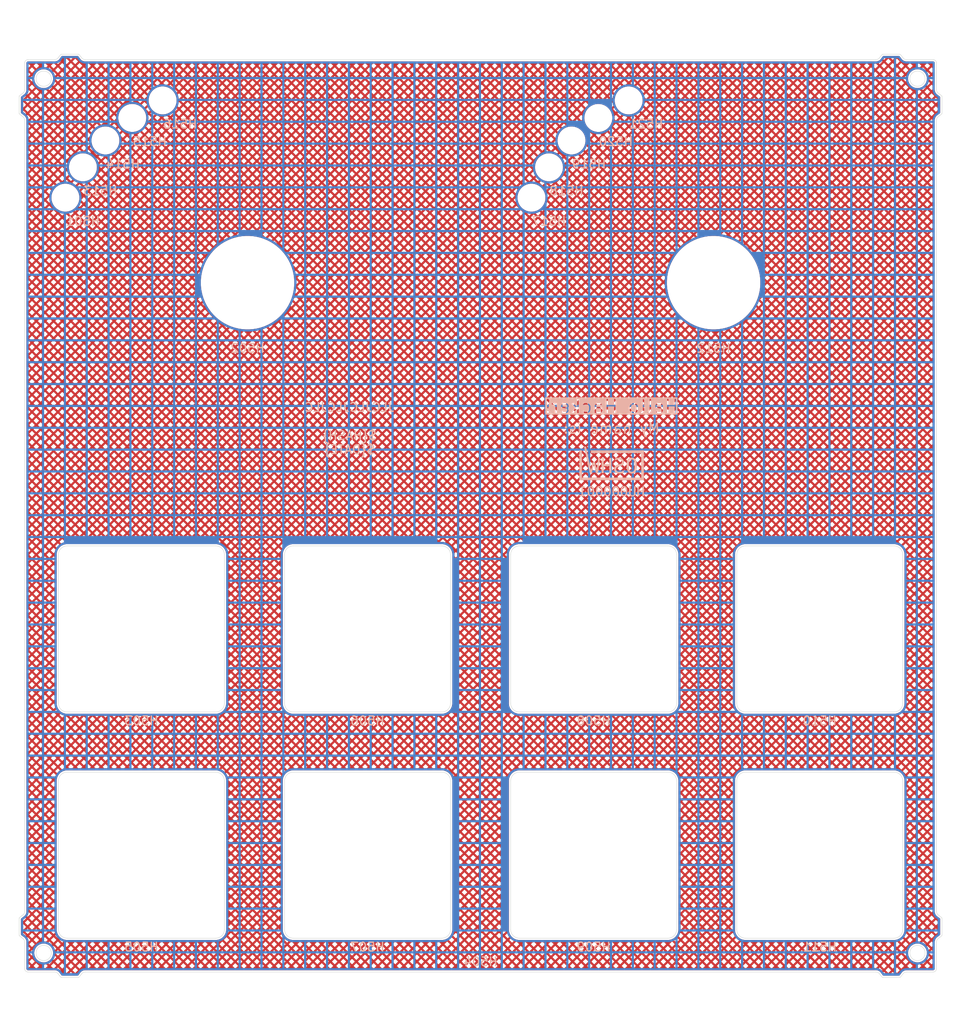
<source format=kicad_pcb>
(kicad_pcb (version 20240108) (generator "pcbnew") (generator_version "8.0")
  (layers (0 "F.Cu" signal) (31 "B.Cu" signal) (34 "B.Paste" user) (35 "F.Paste" user) (36 "B.SilkS" user "B.Silkscreen") (37 "F.SilkS" user "F.Silkscreen") (38 "B.Mask" user) (39 "F.Mask" user) (44 "Edge.Cuts" user))
  (net 0 "")
  (footprint "suku_basics:FP_ENDLESS" (layer "F.Cu") (at 126.67 73.33)
    (property "Reference" "H512" (at 0 7.5 0) (layer "B.SilkS") (effects (justify mirror)))
    (property "Value" "Endless")
    (pad "" np_thru_hole circle (at 0 0 90) (size 1.5 1.5) (drill 10.5) (layers "F&B.Cu" "*.Mask"))
  )
  (footprint "suku_basics:FP_LED" (layer "F.Cu") (at 52.484921 63.60978)
    (property "Reference" "H501" (at 2 2.7 0) (layer "B.SilkS") (effects (justify mirror)))
    (property "Value" "LED")
    (pad "" np_thru_hole circle (at 0 0 90) (size 1.5 1.5) (drill 3) (layers "F&B.Cu" "*.Mask"))
  )
  (footprint "suku_basics:FP_LED" (layer "F.Cu") (at 110.406544 57.066544)
    (property "Reference" "H519" (at 2 2.7 0) (layer "B.SilkS") (effects (justify mirror)))
    (property "Value" "LED")
    (pad "" np_thru_hole circle (at 0 0 90) (size 1.5 1.5) (drill 3) (layers "F&B.Cu" "*.Mask"))
  )
  (footprint "suku_basics:FP_LED" (layer "F.Cu") (at 57.066544 57.066544)
    (property "Reference" "H514" (at 2 2.7 0) (layer "B.SilkS") (effects (justify mirror)))
    (property "Value" "LED")
    (pad "" np_thru_hole circle (at 0 0 90) (size 1.5 1.5) (drill 3) (layers "F&B.Cu" "*.Mask"))
  )
  (footprint "suku_basics:FP_BUTTON" (layer "F.Cu") (at 87.061875 138.814375)
    (property "Reference" "H507" (at 0 10.5 0) (layer "B.SilkS") (effects (justify mirror)))
    (property "Value" "Button")
    (fp_line (start -9.5 8.5) (end -9.5 -8.5) (stroke (width 0.05)) (layer "Edge.Cuts"))
    (fp_line (start -8.5 -9.5) (end 8.5 -9.5) (stroke (width 0.05)) (layer "Edge.Cuts"))
    (fp_line (start 8.5 9.5) (end -8.5 9.5) (stroke (width 0.05)) (layer "Edge.Cuts"))
    (fp_line (start 9.5 -8.5) (end 9.5 8.5) (stroke (width 0.05)) (layer "Edge.Cuts"))
    (fp_arc (start -9.5 -8.5) (mid -9.207089 -9.207089) (end -8.5 -9.5) (stroke (width 0.05)) (layer "Edge.Cuts"))
    (fp_arc (start -8.5 9.5) (mid -9.207114 9.207114) (end -9.5 8.5) (stroke (width 0.05)) (layer "Edge.Cuts"))
    (fp_arc (start 8.5 -9.5) (mid 9.207107 -9.207107) (end 9.5 -8.5) (stroke (width 0.05)) (layer "Edge.Cuts"))
    (fp_arc (start 9.5 8.5) (mid 9.207124 9.207124) (end 8.5 9.5) (stroke (width 0.05)) (layer "Edge.Cuts"))
  )
  (footprint "suku_basics:FP_BUTTON" (layer "F.Cu") (at 112.938125 112.938125)
    (property "Reference" "H508" (at 0 10.5 0) (layer "B.SilkS") (effects (justify mirror)))
    (property "Value" "Button")
    (fp_line (start -9.5 8.5) (end -9.5 -8.5) (stroke (width 0.05)) (layer "Edge.Cuts"))
    (fp_line (start -8.5 -9.5) (end 8.5 -9.5) (stroke (width 0.05)) (layer "Edge.Cuts"))
    (fp_line (start 8.5 9.5) (end -8.5 9.5) (stroke (width 0.05)) (layer "Edge.Cuts"))
    (fp_line (start 9.5 -8.5) (end 9.5 8.5) (stroke (width 0.05)) (layer "Edge.Cuts"))
    (fp_arc (start -9.5 -8.5) (mid -9.207089 -9.207089) (end -8.5 -9.5) (stroke (width 0.05)) (layer "Edge.Cuts"))
    (fp_arc (start -8.5 9.5) (mid -9.207114 9.207114) (end -9.5 8.5) (stroke (width 0.05)) (layer "Edge.Cuts"))
    (fp_arc (start 8.5 -9.5) (mid 9.207107 -9.207107) (end 9.5 -8.5) (stroke (width 0.05)) (layer "Edge.Cuts"))
    (fp_arc (start 9.5 8.5) (mid 9.207124 9.207124) (end 8.5 9.5) (stroke (width 0.05)) (layer "Edge.Cuts"))
  )
  (footprint "suku_basics:FP_BUTTON" (layer "F.Cu") (at 61.185625 138.814375)
    (property "Reference" "H505" (at 0 10.5 0) (layer "B.SilkS") (effects (justify mirror)))
    (property "Value" "Button")
    (fp_line (start -9.5 8.5) (end -9.5 -8.5) (stroke (width 0.05)) (layer "Edge.Cuts"))
    (fp_line (start -8.5 -9.5) (end 8.5 -9.5) (stroke (width 0.05)) (layer "Edge.Cuts"))
    (fp_line (start 8.5 9.5) (end -8.5 9.5) (stroke (width 0.05)) (layer "Edge.Cuts"))
    (fp_line (start 9.5 -8.5) (end 9.5 8.5) (stroke (width 0.05)) (layer "Edge.Cuts"))
    (fp_arc (start -9.5 -8.5) (mid -9.207089 -9.207089) (end -8.5 -9.5) (stroke (width 0.05)) (layer "Edge.Cuts"))
    (fp_arc (start -8.5 9.5) (mid -9.207114 9.207114) (end -9.5 8.5) (stroke (width 0.05)) (layer "Edge.Cuts"))
    (fp_arc (start 8.5 -9.5) (mid 9.207107 -9.207107) (end 9.5 -8.5) (stroke (width 0.05)) (layer "Edge.Cuts"))
    (fp_arc (start 9.5 8.5) (mid 9.207124 9.207124) (end 8.5 9.5) (stroke (width 0.05)) (layer "Edge.Cuts"))
  )
  (footprint "suku_basics:FP_BUTTON" (layer "F.Cu") (at 61.185625 112.938125)
    (property "Reference" "H503" (at 0 10.5 0) (layer "B.SilkS") (effects (justify mirror)))
    (property "Value" "Button")
    (fp_line (start -9.5 8.5) (end -9.5 -8.5) (stroke (width 0.05)) (layer "Edge.Cuts"))
    (fp_line (start -8.5 -9.5) (end 8.5 -9.5) (stroke (width 0.05)) (layer "Edge.Cuts"))
    (fp_line (start 8.5 9.5) (end -8.5 9.5) (stroke (width 0.05)) (layer "Edge.Cuts"))
    (fp_line (start 9.5 -8.5) (end 9.5 8.5) (stroke (width 0.05)) (layer "Edge.Cuts"))
    (fp_arc (start -9.5 -8.5) (mid -9.207089 -9.207089) (end -8.5 -9.5) (stroke (width 0.05)) (layer "Edge.Cuts"))
    (fp_arc (start -8.5 9.5) (mid -9.207114 9.207114) (end -9.5 8.5) (stroke (width 0.05)) (layer "Edge.Cuts"))
    (fp_arc (start 8.5 -9.5) (mid 9.207107 -9.207107) (end 9.5 -8.5) (stroke (width 0.05)) (layer "Edge.Cuts"))
    (fp_arc (start 9.5 8.5) (mid 9.207124 9.207124) (end 8.5 9.5) (stroke (width 0.05)) (layer "Edge.Cuts"))
  )
  (footprint "suku_basics:FP_LED" (layer "F.Cu") (at 116.94978 52.484921)
    (property "Reference" "H521" (at 2 2.7 0) (layer "B.SilkS") (effects (justify mirror)))
    (property "Value" "LED")
    (pad "" np_thru_hole circle (at 0 0 90) (size 1.5 1.5) (drill 3) (layers "F&B.Cu" "*.Mask"))
  )
  (footprint "suku_basics:FP_LED" (layer "F.Cu") (at 63.60978 52.484921)
    (property "Reference" "H516" (at 2 2.7 0) (layer "B.SilkS") (effects (justify mirror)))
    (property "Value" "LED")
    (pad "" np_thru_hole circle (at 0 0 90) (size 1.5 1.5) (drill 3) (layers "F&B.Cu" "*.Mask"))
  )
  (footprint "suku_basics:FP_BUTTON" (layer "F.Cu") (at 112.938125 138.814375)
    (property "Reference" "H509" (at 0 10.5 0) (layer "B.SilkS") (effects (justify mirror)))
    (property "Value" "Button")
    (fp_line (start -9.5 8.5) (end -9.5 -8.5) (stroke (width 0.05)) (layer "Edge.Cuts"))
    (fp_line (start -8.5 -9.5) (end 8.5 -9.5) (stroke (width 0.05)) (layer "Edge.Cuts"))
    (fp_line (start 8.5 9.5) (end -8.5 9.5) (stroke (width 0.05)) (layer "Edge.Cuts"))
    (fp_line (start 9.5 -8.5) (end 9.5 8.5) (stroke (width 0.05)) (layer "Edge.Cuts"))
    (fp_arc (start -9.5 -8.5) (mid -9.207089 -9.207089) (end -8.5 -9.5) (stroke (width 0.05)) (layer "Edge.Cuts"))
    (fp_arc (start -8.5 9.5) (mid -9.207114 9.207114) (end -9.5 8.5) (stroke (width 0.05)) (layer "Edge.Cuts"))
    (fp_arc (start 8.5 -9.5) (mid 9.207107 -9.207107) (end 9.5 -8.5) (stroke (width 0.05)) (layer "Edge.Cuts"))
    (fp_arc (start 9.5 8.5) (mid 9.207124 9.207124) (end 8.5 9.5) (stroke (width 0.05)) (layer "Edge.Cuts"))
  )
  (footprint "suku_basics:FP_BUTTON" (layer "F.Cu") (at 87.061875 112.938125)
    (property "Reference" "H506" (at 0 10.5 0) (layer "B.SilkS") (effects (justify mirror)))
    (property "Value" "Button")
    (fp_line (start -9.5 8.5) (end -9.5 -8.5) (stroke (width 0.05)) (layer "Edge.Cuts"))
    (fp_line (start -8.5 -9.5) (end 8.5 -9.5) (stroke (width 0.05)) (layer "Edge.Cuts"))
    (fp_line (start 8.5 9.5) (end -8.5 9.5) (stroke (width 0.05)) (layer "Edge.Cuts"))
    (fp_line (start 9.5 -8.5) (end 9.5 8.5) (stroke (width 0.05)) (layer "Edge.Cuts"))
    (fp_arc (start -9.5 -8.5) (mid -9.207089 -9.207089) (end -8.5 -9.5) (stroke (width 0.05)) (layer "Edge.Cuts"))
    (fp_arc (start -8.5 9.5) (mid -9.207114 9.207114) (end -9.5 8.5) (stroke (width 0.05)) (layer "Edge.Cuts"))
    (fp_arc (start 8.5 -9.5) (mid 9.207107 -9.207107) (end 9.5 -8.5) (stroke (width 0.05)) (layer "Edge.Cuts"))
    (fp_arc (start 9.5 8.5) (mid 9.207124 9.207124) (end 8.5 9.5) (stroke (width 0.05)) (layer "Edge.Cuts"))
  )
  (footprint "suku_basics:FP_LED" (layer "F.Cu") (at 107.829503 60.137742)
    (property "Reference" "H518" (at 2 2.7 0) (layer "B.SilkS") (effects (justify mirror)))
    (property "Value" "LED")
    (pad "" np_thru_hole circle (at 0 0 90) (size 1.5 1.5) (drill 3) (layers "F&B.Cu" "*.Mask"))
  )
  (footprint "suku_basics:FP_BUTTON" (layer "F.Cu") (at 138.814375 112.938125)
    (property "Reference" "H510" (at 0 10.5 0) (layer "B.SilkS") (effects (justify mirror)))
    (property "Value" "Button")
    (fp_line (start -9.5 8.5) (end -9.5 -8.5) (stroke (width 0.05)) (layer "Edge.Cuts"))
    (fp_line (start -8.5 -9.5) (end 8.5 -9.5) (stroke (width 0.05)) (layer "Edge.Cuts"))
    (fp_line (start 8.5 9.5) (end -8.5 9.5) (stroke (width 0.05)) (layer "Edge.Cuts"))
    (fp_line (start 9.5 -8.5) (end 9.5 8.5) (stroke (width 0.05)) (layer "Edge.Cuts"))
    (fp_arc (start -9.5 -8.5) (mid -9.207089 -9.207089) (end -8.5 -9.5) (stroke (width 0.05)) (layer "Edge.Cuts"))
    (fp_arc (start -8.5 9.5) (mid -9.207114 9.207114) (end -9.5 8.5) (stroke (width 0.05)) (layer "Edge.Cuts"))
    (fp_arc (start 8.5 -9.5) (mid 9.207107 -9.207107) (end 9.5 -8.5) (stroke (width 0.05)) (layer "Edge.Cuts"))
    (fp_arc (start 9.5 8.5) (mid 9.207124 9.207124) (end 8.5 9.5) (stroke (width 0.05)) (layer "Edge.Cuts"))
  )
  (footprint "suku_basics:FP_OUTLINE_2" (layer "F.Cu") (at 100 100)
    (property "Reference" "H504" (at 0 51 0) (layer "B.SilkS") (effects (justify mirror)))
    (property "Value" "Outline")
    (fp_line (start -52.799999 -46.000001) (end -52.799999 -47.999999) (stroke (width 0.05)) (layer "Edge.Cuts"))
    (fp_line (start -52.799999 46.000001) (end -52.799999 47.999999) (stroke (width 0.05)) (layer "Edge.Cuts"))
    (fp_line (start -52.391736 -48.337979) (end -52.52462 -48.23693) (stroke (width 0.05)) (layer "Edge.Cuts"))
    (fp_line (start -52.391736 -45.662021) (end -52.52462 -45.76307) (stroke (width 0.05)) (layer "Edge.Cuts"))
    (fp_line (start -52.391736 45.662021) (end -52.52462 45.76307) (stroke (width 0.05)) (layer "Edge.Cuts"))
    (fp_line (start -52.391736 48.337979) (end -52.52462 48.23693) (stroke (width 0.05)) (layer "Edge.Cuts"))
    (fp_line (start -52.175 -48.75) (end -52.175 -51.8) (stroke (width 0.05)) (layer "Edge.Cuts"))
    (fp_line (start -52.175 45.25) (end -52.175 -45.25) (stroke (width 0.05)) (layer "Edge.Cuts"))
    (fp_line (start -52.175 48.75) (end -52.175 51.8) (stroke (width 0.05)) (layer "Edge.Cuts"))
    (fp_line (start -48.75 -52.175) (end -51.8 -52.175) (stroke (width 0.05)) (layer "Edge.Cuts"))
    (fp_line (start -48.75 52.175) (end -51.8 52.175) (stroke (width 0.05)) (layer "Edge.Cuts"))
    (fp_line (start -48.337979 -52.391736) (end -48.23693 -52.52462) (stroke (width 0.05)) (layer "Edge.Cuts"))
    (fp_line (start -48.337979 52.391736) (end -48.23693 52.52462) (stroke (width 0.05)) (layer "Edge.Cuts"))
    (fp_line (start -46.000001 -52.799999) (end -47.999999 -52.799999) (stroke (width 0.05)) (layer "Edge.Cuts"))
    (fp_line (start -46.000001 52.799999) (end -47.999999 52.799999) (stroke (width 0.05)) (layer "Edge.Cuts"))
    (fp_line (start -45.662021 -52.391736) (end -45.76307 -52.52462) (stroke (width 0.05)) (layer "Edge.Cuts"))
    (fp_line (start -45.662021 52.391736) (end -45.76307 52.52462) (stroke (width 0.05)) (layer "Edge.Cuts"))
    (fp_line (start -45.25 -52.175) (end 45.25 -52.175) (stroke (width 0.05)) (layer "Edge.Cuts"))
    (fp_line (start 45.25 52.175) (end -45.25 52.175) (stroke (width 0.05)) (layer "Edge.Cuts"))
    (fp_line (start 45.662021 -52.391736) (end 45.76307 -52.52462) (stroke (width 0.05)) (layer "Edge.Cuts"))
    (fp_line (start 45.662021 52.391736) (end 45.76307 52.52462) (stroke (width 0.05)) (layer "Edge.Cuts"))
    (fp_line (start 46.000001 -52.799999) (end 47.999999 -52.799999) (stroke (width 0.05)) (layer "Edge.Cuts"))
    (fp_line (start 46.000001 52.799999) (end 47.999999 52.799999) (stroke (width 0.05)) (layer "Edge.Cuts"))
    (fp_line (start 48.337979 -52.391736) (end 48.23693 -52.52462) (stroke (width 0.05)) (layer "Edge.Cuts"))
    (fp_line (start 48.337979 52.391736) (end 48.23693 52.52462) (stroke (width 0.05)) (layer "Edge.Cuts"))
    (fp_line (start 48.75 -52.175) (end 51.8 -52.175) (stroke (width 0.05)) (layer "Edge.Cuts"))
    (fp_line (start 48.75 52.175) (end 51.8 52.175) (stroke (width 0.05)) (layer "Edge.Cuts"))
    (fp_line (start 52.175 -48.75) (end 52.175 -51.8) (stroke (width 0.05)) (layer "Edge.Cuts"))
    (fp_line (start 52.175 -45.25) (end 52.175 45.25) (stroke (width 0.05)) (layer "Edge.Cuts"))
    (fp_line (start 52.175 48.75) (end 52.175 51.8) (stroke (width 0.05)) (layer "Edge.Cuts"))
    (fp_line (start 52.391736 -48.337979) (end 52.52462 -48.23693) (stroke (width 0.05)) (layer "Edge.Cuts"))
    (fp_line (start 52.391736 -45.662021) (end 52.52462 -45.76307) (stroke (width 0.05)) (layer "Edge.Cuts"))
    (fp_line (start 52.391736 45.662021) (end 52.52462 45.76307) (stroke (width 0.05)) (layer "Edge.Cuts"))
    (fp_line (start 52.391736 48.337979) (end 52.52462 48.23693) (stroke (width 0.05)) (layer "Edge.Cuts"))
    (fp_line (start 52.799999 -46.000001) (end 52.799999 -47.999999) (stroke (width 0.05)) (layer "Edge.Cuts"))
    (fp_line (start 52.799999 46.000001) (end 52.799999 47.999999) (stroke (width 0.05)) (layer "Edge.Cuts"))
    (fp_arc (start -52.799999 -47.999999) (mid -52.669574 -48.126908) (end -52.52462 -48.23693) (stroke (width 0.05)) (layer "Edge.Cuts"))
    (fp_arc (start -52.799999 46.000001) (mid -52.669574 45.873092) (end -52.52462 45.76307) (stroke (width 0.05)) (layer "Edge.Cuts"))
    (fp_arc (start -52.52462 -45.76307) (mid -52.669574 -45.873092) (end -52.799999 -46.000001) (stroke (width 0.05)) (layer "Edge.Cuts"))
    (fp_arc (start -52.52462 48.23693) (mid -52.669574 48.126908) (end -52.799999 47.999999) (stroke (width 0.05)) (layer "Edge.Cuts"))
    (fp_arc (start -52.391736 -45.662021) (mid -52.232489 -45.482774) (end -52.175 -45.25) (stroke (width 0.05)) (layer "Edge.Cuts"))
    (fp_arc (start -52.391736 48.337979) (mid -52.232489 48.517226) (end -52.175 48.75) (stroke (width 0.05)) (layer "Edge.Cuts"))
    (fp_arc (start -52.175 -51.8) (mid -52.065165 -52.065165) (end -51.8 -52.175) (stroke (width 0.05)) (layer "Edge.Cuts"))
    (fp_arc (start -52.175 -48.75) (mid -52.232489 -48.517226) (end -52.391736 -48.337979) (stroke (width 0.05)) (layer "Edge.Cuts"))
    (fp_arc (start -52.175 45.25) (mid -52.232489 45.482774) (end -52.391736 45.662021) (stroke (width 0.05)) (layer "Edge.Cuts"))
    (fp_arc (start -51.8 52.175) (mid -52.065165 52.065165) (end -52.175 51.8) (stroke (width 0.05)) (layer "Edge.Cuts"))
    (fp_arc (start -48.75 52.175) (mid -48.517226 52.232489) (end -48.337979 52.391736) (stroke (width 0.05)) (layer "Edge.Cuts"))
    (fp_arc (start -48.337979 -52.391736) (mid -48.517226 -52.232489) (end -48.75 -52.175) (stroke (width 0.05)) (layer "Edge.Cuts"))
    (fp_arc (start -48.23693 -52.52462) (mid -48.126908 -52.669574) (end -47.999999 -52.799999) (stroke (width 0.05)) (layer "Edge.Cuts"))
    (fp_arc (start -47.999999 52.799999) (mid -48.126908 52.669574) (end -48.23693 52.52462) (stroke (width 0.05)) (layer "Edge.Cuts"))
    (fp_arc (start -46.000001 -52.799999) (mid -45.873092 -52.669574) (end -45.76307 -52.52462) (stroke (width 0.05)) (layer "Edge.Cuts"))
    (fp_arc (start -45.76307 52.52462) (mid -45.873092 52.669574) (end -46.000001 52.799999) (stroke (width 0.05)) (layer "Edge.Cuts"))
    (fp_arc (start -45.662021 52.391736) (mid -45.482774 52.232489) (end -45.25 52.175) (stroke (width 0.05)) (layer "Edge.Cuts"))
    (fp_arc (start -45.25 -52.175) (mid -45.482774 -52.232489) (end -45.662021 -52.391736) (stroke (width 0.05)) (layer "Edge.Cuts"))
    (fp_arc (start 45.25 52.175) (mid 45.482775 52.232489) (end 45.662021 52.391736) (stroke (width 0.05)) (layer "Edge.Cuts"))
    (fp_arc (start 45.662021 -52.391736) (mid 45.482774 -52.232489) (end 45.25 -52.175) (stroke (width 0.05)) (layer "Edge.Cuts"))
    (fp_arc (start 45.76307 -52.52462) (mid 45.873092 -52.669574) (end 46.000001 -52.799999) (stroke (width 0.05)) (layer "Edge.Cuts"))
    (fp_arc (start 46.000001 52.799999) (mid 45.873092 52.669574) (end 45.76307 52.52462) (stroke (width 0.05)) (layer "Edge.Cuts"))
    (fp_arc (start 47.999999 -52.799999) (mid 48.126908 -52.669574) (end 48.23693 -52.52462) (stroke (width 0.05)) (layer "Edge.Cuts"))
    (fp_arc (start 48.23693 52.52462) (mid 48.126908 52.669574) (end 47.999999 52.799999) (stroke (width 0.05)) (layer "Edge.Cuts"))
    (fp_arc (start 48.337979 52.391736) (mid 48.517226 52.232489) (end 48.75 52.175) (stroke (width 0.05)) (layer "Edge.Cuts"))
    (fp_arc (start 48.75 -52.175) (mid 48.517225 -52.232489) (end 48.337979 -52.391736) (stroke (width 0.05)) (layer "Edge.Cuts"))
    (fp_arc (start 51.8 -52.175) (mid 52.065165 -52.065165) (end 52.175 -51.8) (stroke (width 0.05)) (layer "Edge.Cuts"))
    (fp_arc (start 52.175 -45.25) (mid 52.232489 -45.482775) (end 52.391736 -45.662021) (stroke (width 0.05)) (layer "Edge.Cuts"))
    (fp_arc (start 52.175 48.75) (mid 52.232489 48.517225) (end 52.391736 48.337979) (stroke (width 0.05)) (layer "Edge.Cuts"))
    (fp_arc (start 52.175 51.8) (mid 52.065165 52.065165) (end 51.8 52.175) (stroke (width 0.05)) (layer "Edge.Cuts"))
    (fp_arc (start 52.391736 -48.337979) (mid 52.232489 -48.517226) (end 52.175 -48.75) (stroke (width 0.05)) (layer "Edge.Cuts"))
    (fp_arc (start 52.391736 45.662021) (mid 52.232489 45.482774) (end 52.175 45.25) (stroke (width 0.05)) (layer "Edge.Cuts"))
    (fp_arc (start 52.52462 -48.23693) (mid 52.669574 -48.126908) (end 52.799999 -47.999999) (stroke (width 0.05)) (layer "Edge.Cuts"))
    (fp_arc (start 52.52462 45.76307) (mid 52.669574 45.873092) (end 52.799999 46.000001) (stroke (width 0.05)) (layer "Edge.Cuts"))
    (fp_arc (start 52.799999 -46.000001) (mid 52.669574 -45.873092) (end 52.52462 -45.76307) (stroke (width 0.05)) (layer "Edge.Cuts"))
    (fp_arc (start 52.799999 47.999999) (mid 52.669574 48.126908) (end 52.52462 48.23693) (stroke (width 0.05)) (layer "Edge.Cuts"))
    (fp_circle (center -50 -50) (end -49.125 -50) (stroke (width 0.05)) (fill none) (layer "Edge.Cuts"))
    (fp_circle (center -50 50) (end -49.125 50) (stroke (width 0.05)) (fill none) (layer "Edge.Cuts"))
    (fp_circle (center 50 -50) (end 50.875 -50) (stroke (width 0.05)) (fill none) (layer "Edge.Cuts"))
    (fp_circle (center 50 50) (end 50.875 50) (stroke (width 0.05)) (fill none) (layer "Edge.Cuts"))
  )
  (footprint "suku_basics:FP_LED" (layer "F.Cu") (at 105.824921 63.60978)
    (property "Reference" "H517" (at 2 2.7 0) (layer "B.SilkS") (effects (justify mirror)))
    (property "Value" "LED")
    (pad "" np_thru_hole circle (at 0 0 90) (size 1.5 1.5) (drill 3) (layers "F&B.Cu" "*.Mask"))
  )
  (footprint "suku_basics:FP_BUTTON" (layer "F.Cu") (at 138.814375 138.814375)
    (property "Reference" "H511" (at 0 10.5 0) (layer "B.SilkS") (effects (justify mirror)))
    (property "Value" "Button")
    (fp_line (start -9.5 8.5) (end -9.5 -8.5) (stroke (width 0.05)) (layer "Edge.Cuts"))
    (fp_line (start -8.5 -9.5) (end 8.5 -9.5) (stroke (width 0.05)) (layer "Edge.Cuts"))
    (fp_line (start 8.5 9.5) (end -8.5 9.5) (stroke (width 0.05)) (layer "Edge.Cuts"))
    (fp_line (start 9.5 -8.5) (end 9.5 8.5) (stroke (width 0.05)) (layer "Edge.Cuts"))
    (fp_arc (start -9.5 -8.5) (mid -9.207089 -9.207089) (end -8.5 -9.5) (stroke (width 0.05)) (layer "Edge.Cuts"))
    (fp_arc (start -8.5 9.5) (mid -9.207114 9.207114) (end -9.5 8.5) (stroke (width 0.05)) (layer "Edge.Cuts"))
    (fp_arc (start 8.5 -9.5) (mid 9.207107 -9.207107) (end 9.5 -8.5) (stroke (width 0.05)) (layer "Edge.Cuts"))
    (fp_arc (start 9.5 8.5) (mid 9.207124 9.207124) (end 8.5 9.5) (stroke (width 0.05)) (layer "Edge.Cuts"))
  )
  (footprint "suku_basics:FP_ENDLESS" (layer "F.Cu") (at 73.33 73.33)
    (property "Reference" "H502" (at 0 7.5 0) (layer "B.SilkS") (effects (justify mirror)))
    (property "Value" "Endless")
    (pad "" np_thru_hole circle (at 0 0 90) (size 1.5 1.5) (drill 10.5) (layers "F&B.Cu" "*.Mask"))
  )
  (footprint "suku_basics:FP_LED" (layer "F.Cu") (at 54.489503 60.137742)
    (property "Reference" "H513" (at 2 2.7 0) (layer "B.SilkS") (effects (justify mirror)))
    (property "Value" "LED")
    (pad "" np_thru_hole circle (at 0 0 90) (size 1.5 1.5) (drill 3) (layers "F&B.Cu" "*.Mask"))
  )
  (footprint "suku_basics:FP_LED" (layer "F.Cu") (at 60.137742 54.489503)
    (property "Reference" "H515" (at 2 2.7 0) (layer "B.SilkS") (effects (justify mirror)))
    (property "Value" "LED")
    (pad "" np_thru_hole circle (at 0 0 90) (size 1.5 1.5) (drill 3) (layers "F&B.Cu" "*.Mask"))
  )
  (footprint "suku_basics:FP_LED" (layer "F.Cu") (at 113.477742 54.489503)
    (property "Reference" "H520" (at 2 2.7 0) (layer "B.SilkS") (effects (justify mirror)))
    (property "Value" "LED")
    (pad "" np_thru_hole circle (at 0 0 90) (size 1.5 1.5) (drill 3) (layers "F&B.Cu" "*.Mask"))
  )
  (footprint "suku_basics:OSHWA" (layer "B.Cu") (at 115 95 180)
    (property "Reference" "H522" (hide yes))
    (property "Value" "Outline" (hide yes))
    (fp_poly (pts (xy 3.689316 -0.925456) (xy -3.689315 -0.925456) (xy -3.689315 2.488724) (xy 2.37617 2.488724) (xy 2.37617 2.176071) (xy -3.389168 2.176071) (xy -3.389168 -0.625308) (xy 3.389071 -0.625308) (xy 3.392246 0.928582) (xy 3.395421 2.482471) (xy 3.542369 2.485995) (xy 3.689316 2.489518)) (fill solid) (layer "B.SilkS"))
    (fp_poly (pts (xy 0.146948 1.623126) (xy 0.268883 1.619547) (xy 0.275519 0.900443) (xy 0.91295 0.900443) (xy 0.91295 1.6258) (xy 1.150567 1.6258) (xy 1.150567 -0.125062) (xy 0.91295 -0.125062) (xy 0.91295 0.700344) (xy 0.275136 0.700344) (xy 0.275136 -0.125062) (xy 0.025013 -0.125062) (xy 0.025013 1.626706)) (fill solid) (layer "B.SilkS"))
    (fp_poly (pts (xy -3.526735 -2.088528) (xy -3.101526 -2.088528) (xy -3.101526 -1.613294) (xy -2.951452 -1.613294) (xy -2.951452 -2.763861) (xy -3.101038 -2.763861) (xy -3.104409 -2.491852) (xy -3.107779 -2.219843) (xy -3.526735 -2.212985) (xy -3.526735 -2.763861) (xy -3.689315 -2.763861) (xy -3.689315 -1.613294) (xy -3.526735 -1.613294)) (fill solid) (layer "B.SilkS"))
    (fp_poly (pts (xy 2.423363 -2.099022) (xy 2.455397 -2.12638) (xy 2.472875 -2.164417) (xy 2.473375 -2.206947) (xy 2.454476 -2.247785) (xy 2.445522 -2.25793) (xy 2.405042 -2.283341) (xy 2.360014 -2.288196) (xy 2.318075 -2.272398) (xy 2.303313 -2.259682) (xy 2.278977 -2.218539) (xy 2.275667 -2.175058) (xy 2.290781 -2.135108) (xy 2.321718 -2.104558) (xy 2.365875 -2.089276) (xy 2.379195 -2.088528)) (fill solid) (layer "B.SilkS"))
    (fp_poly (pts (xy 1.472895 -2.099022) (xy 1.504929 -2.12638) (xy 1.522407 -2.164417) (xy 1.522907 -2.206947) (xy 1.504008 -2.247785) (xy 1.495054 -2.25793) (xy 1.454575 -2.283341) (xy 1.409546 -2.288196) (xy 1.367607 -2.272398) (xy 1.352845 -2.259682) (xy 1.328509 -2.218539) (xy 1.325199 -2.175058) (xy 1.340313 -2.135108) (xy 1.37125 -2.104558) (xy 1.415407 -2.089276) (xy 1.428727 -2.088528)) (fill solid) (layer "B.SilkS"))
    (fp_poly (pts (xy 0.522427 -2.099022) (xy 0.554461 -2.12638) (xy 0.571939 -2.164417) (xy 0.57244 -2.206947) (xy 0.55354 -2.247785) (xy 0.544587 -2.25793) (xy 0.504107 -2.283341) (xy 0.459078 -2.288196) (xy 0.417139 -2.272398) (xy 0.402377 -2.259682) (xy 0.378041 -2.218539) (xy 0.374731 -2.175058) (xy 0.389846 -2.135108) (xy 0.420782 -2.104558) (xy 0.464939 -2.089276) (xy 0.478259 -2.088528)) (fill solid) (layer "B.SilkS"))
    (fp_poly (pts (xy -0.428041 -2.099022) (xy -0.396007 -2.12638) (xy -0.378529 -2.164417) (xy -0.378028 -2.206947) (xy -0.396927 -2.247785) (xy -0.405881 -2.25793) (xy -0.446361 -2.283341) (xy -0.491389 -2.288196) (xy -0.533328 -2.272398) (xy -0.54809 -2.259682) (xy -0.572426 -2.218539) (xy -0.575736 -2.175058) (xy -0.560622 -2.135108) (xy -0.529686 -2.104558) (xy -0.485529 -2.089276) (xy -0.472209 -2.088528)) (fill solid) (layer "B.SilkS"))
    (fp_poly (pts (xy -1.366002 -2.099022) (xy -1.333968 -2.12638) (xy -1.31649 -2.164417) (xy -1.31599 -2.206947) (xy -1.334889 -2.247785) (xy -1.343843 -2.25793) (xy -1.384322 -2.283341) (xy -1.429351 -2.288196) (xy -1.47129 -2.272398) (xy -1.486052 -2.259682) (xy -1.510388 -2.218539) (xy -1.513698 -2.175058) (xy -1.498584 -2.135108) (xy -1.467647 -2.104558) (xy -1.42349 -2.089276) (xy -1.41017 -2.088528)) (fill solid) (layer "B.SilkS"))
    (fp_poly (pts (xy 3.439193 -2.626293) (xy 3.67681 -2.626293) (xy 3.67681 -2.763861) (xy 3.037689 -2.763861) (xy 3.041469 -2.698203) (xy 3.045249 -2.632546) (xy 3.167184 -2.628966) (xy 3.289119 -2.625387) (xy 3.289119 -2.194378) (xy 3.288777 -2.074495) (xy 3.287778 -1.971946) (xy 3.286163 -1.888188) (xy 3.283972 -1.824679) (xy 3.281247 -1.782877) (xy 3.278027 -1.76424) (xy 3.277097 -1.763368) (xy 3.260168 -1.766055) (xy 3.225245 -1.773232) (xy 3.178662 -1.78357) (xy 3.157804 -1.78838) (xy 3.108191 -1.799632) (xy 3.067562 -1.808258) (xy 3.042296 -1.81293) (xy 3.037888 -1.813393) (xy 3.031169 -1.801857) (xy 3.028386 -1.770697) (xy 3.028992 -1.742407) (xy 3.032743 -1.671421) (xy 3.157804 -1.642959) (xy 3.221273 -1.630301) (xy 3.285815 -1.620393) (xy 3.341191 -1.614699) (xy 3.361029 -1.613896) (xy 3.439193 -1.613294)) (fill solid) (layer "B.SilkS"))
    (fp_poly (pts (xy -2.561065 -2.0883) (xy -2.557508 -2.563306) (xy -2.519948 -2.600854) (xy -2.471266 -2.633373) (xy -2.409462 -2.651483) (xy -2.342226 -2.654652) (xy -2.277249 -2.642346) (xy -2.231814 -2.62084) (xy -2.214905 -2.608756) (xy -2.201041 -2.59515) (xy -2.189922 -2.577563) (xy -2.181246 -2.553532) (xy -2.17471 -2.520598) (xy -2.170015 -2.4763) (xy -2.166857 -2.418177) (xy -2.164936 -2.343768) (xy -2.16395 -2.250614) (xy -2.163598 -2.136253) (xy -2.163564 -2.063918) (xy -2.163564 -1.613294) (xy -1.998864 -1.613294) (xy -2.004222 -2.072895) (xy -2.006032 -2.205355) (xy -2.008145 -2.314667) (xy -2.01064 -2.402695) (xy -2.0136 -2.471303) (xy -2.017104 -2.522353) (xy -2.021235 -2.557709) (xy -2.026072 -2.579236) (xy -2.026235 -2.579707) (xy -2.061961 -2.646483) (xy -2.11637 -2.704712) (xy -2.18322 -2.74789) (xy -2.191159 -2.751482) (xy -2.248615 -2.76959) (xy -2.317403 -2.781305) (xy -2.387483 -2.785695) (xy -2.448813 -2.781827) (xy -2.469965 -2.7774) (xy -2.559864 -2.741802) (xy -2.631084 -2.690092) (xy -2.68309 -2.622692) (xy -2.694035 -2.60128) (xy -2.700795 -2.585557) (xy -2.706311 -2.568715) (xy -2.710737 -2.548089) (xy -2.714227 -2.52101) (xy -2.716934 -2.484812) (xy -2.719011 -2.436829) (xy -2.720611 -2.374392) (xy -2.721887 -2.294836) (xy -2.722993 -2.195492) (xy -2.724036 -2.079149) (xy -2.727983 -1.613294) (xy -2.564621 -1.613294)) (fill solid) (layer "B.SilkS"))
    (fp_poly (pts (xy 2.479267 -1.612912) (xy 2.544266 -1.637705) (xy 2.599169 -1.679949) (xy 2.633148 -1.719274) (xy 2.674326 -1.78977) (xy 2.706844 -1.879346) (xy 2.730172 -1.983428) (xy 2.743778 -2.09744) (xy 2.74713 -2.216809) (xy 2.739698 -2.336958) (xy 2.720951 -2.453315) (xy 2.719279 -2.460853) (xy 2.685784 -2.566283) (xy 2.637453 -2.652461) (xy 2.574704 -2.718771) (xy 2.520358 -2.754112) (xy 2.462001 -2.774198) (xy 2.391637 -2.783817) (xy 2.320306 -2.782224) (xy 2.266388 -2.771248) (xy 2.190068 -2.734152) (xy 2.12676 -2.676662) (xy 2.07604 -2.598241) (xy 2.037481 -2.498348) (xy 2.029936 -2.47091) (xy 2.018323 -2.407332) (xy 2.010576 -2.326836) (xy 2.006695 -2.23636) (xy 2.006682 -2.144806) (xy 2.167182 -2.144806) (xy 2.16743 -2.28475) (xy 2.177721 -2.402029) (xy 2.198129 -2.496918) (xy 2.228728 -2.569692) (xy 2.269592 -2.620626) (xy 2.3012 -2.641906) (xy 2.354246 -2.66084) (xy 2.403413 -2.659264) (xy 2.446617 -2.643425) (xy 2.48408 -2.616016) (xy 2.516627 -2.575561) (xy 2.519016 -2.571514) (xy 2.542248 -2.52449) (xy 2.559405 -2.473242) (xy 2.57121 -2.413306) (xy 2.578386 -2.340213) (xy 2.581657 -2.249498) (xy 2.58204 -2.182324) (xy 2.579984 -2.074424) (xy 2.573824 -1.987609) (xy 2.562709 -1.918165) (xy 2.545787 -1.862378) (xy 2.522209 -1.816533) (xy 2.491124 -1.776917) (xy 2.488534 -1.774164) (xy 2.458625 -1.745356) (xy 2.432972 -1.73103) (xy 2.400092 -1.726228) (xy 2.376635 -1.72585) (xy 2.335154 -1.727808) (xy 2.306456 -1.736951) (xy 2.278799 -1.75818) (xy 2.263454 -1.773092) (xy 2.232664 -1.809168) (xy 2.20913 -1.850513) (xy 2.19183 -1.901075) (xy 2.179739 -1.964803) (xy 2.171835 -2.045647) (xy 2.167182 -2.144806) (xy 2.006682 -2.144806) (xy 2.006682 -2.142843) (xy 2.010537 -2.053224) (xy 2.018263 -1.97444) (xy 2.029855 -1.913442) (xy 2.059663 -1.823267) (xy 2.096259 -1.751266) (xy 2.143074 -1.690827) (xy 2.148311 -1.685308) (xy 2.199716 -1.642072) (xy 2.257261 -1.615278) (xy 2.326695 -1.60302) (xy 2.398093 -1.602551)) (fill solid) (layer "B.SilkS"))
    (fp_poly (pts (xy 1.528799 -1.612912) (xy 1.593798 -1.637705) (xy 1.648701 -1.679949) (xy 1.68268 -1.719274) (xy 1.723858 -1.78977) (xy 1.756376 -1.879346) (xy 1.779704 -1.983428) (xy 1.79331 -2.09744) (xy 1.796663 -2.216809) (xy 1.789231 -2.336958) (xy 1.770483 -2.453315) (xy 1.768811 -2.460853) (xy 1.735316 -2.566283) (xy 1.686986 -2.652461) (xy 1.624236 -2.718771) (xy 1.569891 -2.754112) (xy 1.511533 -2.774198) (xy 1.44117 -2.783817) (xy 1.369838 -2.782224) (xy 1.31592 -2.771248) (xy 1.239601 -2.734152) (xy 1.176293 -2.676662) (xy 1.125572 -2.598241) (xy 1.087013 -2.498348) (xy 1.079469 -2.47091) (xy 1.067856 -2.407332) (xy 1.060108 -2.326836) (xy 1.056227 -2.23636) (xy 1.056214 -2.144806) (xy 1.216714 -2.144806) (xy 1.216962 -2.28475) (xy 1.227253 -2.402029) (xy 1.247661 -2.496918) (xy 1.27826 -2.569692) (xy 1.319124 -2.620626) (xy 1.350732 -2.641906) (xy 1.403779 -2.66084) (xy 1.452946 -2.659264) (xy 1.496149 -2.643425) (xy 1.533612 -2.616016) (xy 1.566159 -2.575561) (xy 1.568548 -2.571514) (xy 1.59178 -2.52449) (xy 1.608937 -2.473242) (xy 1.620742 -2.413306) (xy 1.627918 -2.340213) (xy 1.631189 -2.249498) (xy 1.631572 -2.182324) (xy 1.629516 -2.074424) (xy 1.623356 -1.987609) (xy 1.612241 -1.918165) (xy 1.59532 -1.862378) (xy 1.571742 -1.816533) (xy 1.540656 -1.776917) (xy 1.538066 -1.774164) (xy 1.508157 -1.745356) (xy 1.482504 -1.73103) (xy 1.449624 -1.726228) (xy 1.426167 -1.72585) (xy 1.384686 -1.727808) (xy 1.355988 -1.736951) (xy 1.328331 -1.75818) (xy 1.312986 -1.773092) (xy 1.282196 -1.809168) (xy 1.258663 -1.850513) (xy 1.241362 -1.901075) (xy 1.229271 -1.964803) (xy 1.221368 -2.045647) (xy 1.216714 -2.144806) (xy 1.056214 -2.144806) (xy 1.056214 -2.142843) (xy 1.06007 -2.053224) (xy 1.067795 -1.97444) (xy 1.079387 -1.913442) (xy 1.109196 -1.823267) (xy 1.145791 -1.751266) (xy 1.192606 -1.690827) (xy 1.197843 -1.685308) (xy 1.249248 -1.642072) (xy 1.306793 -1.615278) (xy 1.376227 -1.60302) (xy 1.447625 -1.602551)) (fill solid) (layer "B.SilkS"))
    (fp_poly (pts (xy 0.578332 -1.612912) (xy 0.64333 -1.637705) (xy 0.698234 -1.679949) (xy 0.732212 -1.719274) (xy 0.77339 -1.78977) (xy 0.805908 -1.879346) (xy 0.829236 -1.983428) (xy 0.842842 -2.09744) (xy 0.846195 -2.216809) (xy 0.838763 -2.336958) (xy 0.820015 -2.453315) (xy 0.818343 -2.460853) (xy 0.784848 -2.566283) (xy 0.736518 -2.652461) (xy 0.673769 -2.718771) (xy 0.619423 -2.754112) (xy 0.561066 -2.774198) (xy 0.490702 -2.783817) (xy 0.41937 -2.782224) (xy 0.365453 -2.771248) (xy 0.289133 -2.734152) (xy 0.225825 -2.676662) (xy 0.175104 -2.598241) (xy 0.136546 -2.498348) (xy 0.129001 -2.47091) (xy 0.117388 -2.407332) (xy 0.10964 -2.326836) (xy 0.10576 -2.23636) (xy 0.105746 -2.144806) (xy 0.266246 -2.144806) (xy 0.266494 -2.28475) (xy 0.276785 -2.402029) (xy 0.297193 -2.496918) (xy 0.327792 -2.569692) (xy 0.368656 -2.620626) (xy 0.400264 -2.641906) (xy 0.453311 -2.66084) (xy 0.502478 -2.659264) (xy 0.545681 -2.643425) (xy 0.583144 -2.616016) (xy 0.615692 -2.575561) (xy 0.61808 -2.571514) (xy 0.641313 -2.52449) (xy 0.65847 -2.473242) (xy 0.670275 -2.413306) (xy 0.677451 -2.340213) (xy 0.680721 -2.249498) (xy 0.681105 -2.182324) (xy 0.679048 -2.074424) (xy 0.672888 -1.987609) (xy 0.661773 -1.918165) (xy 0.644852 -1.862378) (xy 0.621274 -1.816533) (xy 0.590188 -1.776917) (xy 0.587598 -1.774164) (xy 0.557689 -1.745356) (xy 0.532036 -1.73103) (xy 0.499156 -1.726228) (xy 0.475699 -1.72585) (xy 0.434218 -1.727808) (xy 0.40552 -1.736951) (xy 0.377863 -1.75818) (xy 0.362518 -1.773092) (xy 0.331729 -1.809168) (xy 0.308195 -1.850513) (xy 0.290894 -1.901075) (xy 0.278803 -1.964803) (xy 0.2709 -2.045647) (xy 0.266246 -2.144806) (xy 0.105746 -2.144806) (xy 0.105746 -2.142843) (xy 0.109602 -2.053224) (xy 0.117327 -1.97444) (xy 0.12892 -1.913442) (xy 0.158728 -1.823267) (xy 0.195323 -1.751266) (xy 0.242139 -1.690827) (xy 0.247376 -1.685308) (xy 0.29878 -1.642072) (xy 0.356326 -1.615278) (xy 0.42576 -1.60302) (xy 0.497157 -1.602551)) (fill solid) (layer "B.SilkS"))
    (fp_poly (pts (xy -0.372136 -1.612912) (xy -0.307138 -1.637705) (xy -0.252234 -1.679949) (xy -0.218255 -1.719274) (xy -0.177078 -1.78977) (xy -0.144559 -1.879346) (xy -0.121231 -1.983428) (xy -0.107626 -2.09744) (xy -0.104273 -2.216809) (xy -0.111705 -2.336958) (xy -0.130453 -2.453315) (xy -0.132124 -2.460853) (xy -0.165619 -2.566283) (xy -0.21395 -2.652461) (xy -0.276699 -2.718771) (xy -0.331045 -2.754112) (xy -0.389402 -2.774198) (xy -0.459766 -2.783817) (xy -0.531098 -2.782224) (xy -0.585015 -2.771248) (xy -0.661335 -2.734152) (xy -0.724643 -2.676662) (xy -0.775364 -2.598241) (xy -0.813922 -2.498348) (xy -0.821467 -2.47091) (xy -0.83308 -2.407332) (xy -0.840827 -2.326836) (xy -0.844708 -2.23636) (xy -0.844721 -2.144806) (xy -0.684221 -2.144806) (xy -0.683973 -2.28475) (xy -0.673682 -2.402029) (xy -0.653275 -2.496918) (xy -0.622676 -2.569692) (xy -0.581811 -2.620626) (xy -0.550203 -2.641906) (xy -0.497157 -2.66084) (xy -0.44799 -2.659264) (xy -0.404787 -2.643425) (xy -0.367324 -2.616016) (xy -0.334776 -2.575561) (xy -0.332387 -2.571514) (xy -0.309155 -2.52449) (xy -0.291998 -2.473242) (xy -0.280193 -2.413306) (xy -0.273017 -2.340213) (xy -0.269746 -2.249498) (xy -0.269363 -2.182324) (xy -0.271419 -2.074424) (xy -0.27758 -1.987609) (xy -0.288695 -1.918165) (xy -0.305616 -1.862378) (xy -0.329194 -1.816533) (xy -0.36028 -1.776917) (xy -0.36287 -1.774164) (xy -0.392779 -1.745356) (xy -0.418432 -1.73103) (xy -0.451311 -1.726228) (xy -0.474768 -1.72585) (xy -0.51625 -1.727808) (xy -0.544947 -1.736951) (xy -0.572605 -1.75818) (xy -0.58795 -1.773092) (xy -0.618739 -1.809168) (xy -0.642273 -1.850513) (xy -0.659574 -1.901075) (xy -0.671664 -1.964803) (xy -0.679568 -2.045647) (xy -0.684221 -2.144806) (xy -0.844721 -2.144806) (xy -0.844721 -2.142843) (xy -0.840866 -2.053224) (xy -0.833141 -1.97444) (xy -0.821548 -1.913442) (xy -0.79174 -1.823267) (xy -0.755145 -1.751266) (xy -0.708329 -1.690827) (xy -0.703092 -1.685308) (xy -0.651688 -1.642072) (xy -0.594142 -1.615278) (xy -0.524708 -1.60302) (xy -0.453311 -1.602551)) (fill solid) (layer "B.SilkS"))
    (fp_poly (pts (xy -1.310098 -1.612912) (xy -1.245099 -1.637705) (xy -1.190196 -1.679949) (xy -1.156217 -1.719274) (xy -1.115039 -1.78977) (xy -1.082521 -1.879346) (xy -1.059193 -1.983428) (xy -1.045587 -2.09744) (xy -1.042234 -2.216809) (xy -1.049666 -2.336958) (xy -1.068414 -2.453315) (xy -1.070086 -2.460853) (xy -1.103581 -2.566283) (xy -1.151911 -2.652461) (xy -1.214661 -2.718771) (xy -1.269007 -2.754112) (xy -1.327364 -2.774198) (xy -1.397728 -2.783817) (xy -1.469059 -2.782224) (xy -1.522977 -2.771248) (xy -1.599296 -2.734152) (xy -1.662604 -2.676662) (xy -1.713325 -2.598241) (xy -1.751884 -2.498348) (xy -1.759429 -2.47091) (xy -1.771042 -2.407332) (xy -1.778789 -2.326836) (xy -1.78267 -2.23636) (xy -1.782683 -2.144806) (xy -1.622183 -2.144806) (xy -1.621935 -2.28475) (xy -1.611644 -2.402029) (xy -1.591236 -2.496918) (xy -1.560637 -2.569692) (xy -1.519773 -2.620626) (xy -1.488165 -2.641906) (xy -1.435118 -2.66084) (xy -1.385951 -2.659264) (xy -1.342748 -2.643425) (xy -1.305285 -2.616016) (xy -1.272738 -2.575561) (xy -1.270349 -2.571514) (xy -1.247117 -2.52449) (xy -1.22996 -2.473242) (xy -1.218155 -2.413306) (xy -1.210979 -2.340213) (xy -1.207708 -2.249498) (xy -1.207325 -2.182324) (xy -1.209381 -2.074424) (xy -1.215541 -1.987609) (xy -1.226656 -1.918165) (xy -1.243577 -1.862378) (xy -1.267155 -1.816533) (xy -1.298241 -1.776917) (xy -1.300831 -1.774164) (xy -1.33074 -1.745356) (xy -1.356393 -1.73103) (xy -1.389273 -1.726228) (xy -1.41273 -1.72585) (xy -1.454211 -1.727808) (xy -1.482909 -1.736951) (xy -1.510566 -1.75818) (xy -1.525911 -1.773092) (xy -1.556701 -1.809168) (xy -1.580234 -1.850513) (xy -1.597535 -1.901075) (xy -1.609626 -1.964803) (xy -1.617529 -2.045647) (xy -1.622183 -2.144806) (xy -1.782683 -2.144806) (xy -1.782683 -2.142843) (xy -1.778827 -2.053224) (xy -1.771102 -1.97444) (xy -1.75951 -1.913442) (xy -1.729702 -1.823267) (xy -1.693106 -1.751266) (xy -1.646291 -1.690827) (xy -1.641054 -1.685308) (xy -1.589649 -1.642072) (xy -1.532104 -1.615278) (xy -1.46267 -1.60302) (xy -1.391272 -1.602551)) (fill solid) (layer "B.SilkS"))
    (fp_poly (pts (xy -2.213686 1.648416) (xy -2.173361 1.642883) (xy -2.133448 1.632444) (xy -2.11365 1.62599) (xy -2.017135 1.582277) (xy -1.934897 1.520831) (xy -1.866124 1.440575) (xy -1.810003 1.340433) (xy -1.765721 1.219326) (xy -1.744681 1.136985) (xy -1.734923 1.07785) (xy -1.72692 0.999811) (xy -1.720855 0.908928) (xy -1.716911 0.811259) (xy -1.71527 0.712863) (xy -1.716115 0.6198) (xy -1.719627 0.538129) (xy -1.724944 0.481445) (xy -1.751517 0.331144) (xy -1.789241 0.202461) (xy -1.838715 0.094336) (xy -1.900537 0.005708) (xy -1.975305 -0.06448) (xy -2.062762 -0.116889) (xy -2.103525 -0.134659) (xy -2.139902 -0.14622) (xy -2.179949 -0.153159) (xy -2.231723 -0.157061) (xy -2.275366 -0.158715) (xy -2.345863 -0.159585) (xy -2.399351 -0.156676) (xy -2.443645 -0.149242) (xy -2.478265 -0.139354) (xy -2.571511 -0.098856) (xy -2.651292 -0.042823) (xy -2.718295 0.029968) (xy -2.773207 0.120739) (xy -2.816717 0.230714) (xy -2.849512 0.361114) (xy -2.872279 0.513163) (xy -2.877989 0.571523) (xy -2.884864 0.674628) (xy -2.885786 0.744116) (xy -2.629897 0.744116) (xy -2.627195 0.594409) (xy -2.618801 0.467089) (xy -2.604279 0.360089) (xy -2.583196 0.27134) (xy -2.555116 0.198778) (xy -2.519605 0.140333) (xy -2.497463 0.114208) (xy -2.463968 0.08401) (xy -2.42916 0.060012) (xy -2.419941 0.055293) (xy -2.371974 0.042609) (xy -2.310675 0.038337) (xy -2.24617 0.042214) (xy -2.188587 0.053976) (xy -2.167463 0.061848) (xy -2.110324 0.10024) (xy -2.062818 0.159403) (xy -2.024838 0.239747) (xy -1.996276 0.341685) (xy -1.977025 0.465628) (xy -1.966978 0.611987) (xy -1.96603 0.781173) (xy -1.967346 0.831659) (xy -1.974496 0.971762) (xy -1.986642 1.089396) (xy -2.00452 1.186737) (xy -2.02887 1.265962) (xy -2.06043 1.329249) (xy -2.099936 1.378775) (xy -2.148127 1.416718) (xy -2.169817 1.429044) (xy -2.234525 1.450351) (xy -2.308708 1.455453) (xy -2.382835 1.444401) (xy -2.428511 1.427606) (xy -2.481734 1.392782) (xy -2.526042 1.343307) (xy -2.561873 1.277702) (xy -2.589663 1.194486) (xy -2.609848 1.092179) (xy -2.622863 0.969303) (xy -2.629144 0.824376) (xy -2.629897 0.744116) (xy -2.885786 0.744116) (xy -2.886107 0.768282) (xy -2.881727 0.866448) (xy -2.878187 0.912678) (xy -2.859119 1.072373) (xy -2.830164 1.210136) (xy -2.790684 1.327272) (xy -2.740046 1.425088) (xy -2.677612 1.504888) (xy -2.602749 1.567978) (xy -2.542136 1.603131) (xy -2.502095 1.621588) (xy -2.466776 1.633727) (xy -2.42829 1.641206) (xy -2.378745 1.645687) (xy -2.328219 1.648133) (xy -2.262584 1.649885)) (fill solid) (layer "B.SilkS"))
    (fp_poly (pts (xy -0.796763 1.648341) (xy -0.685523 1.638002) (xy -0.57458 1.618762) (xy -0.47144 1.591483) (xy -0.422082 1.57389) (xy -0.406061 1.566635) (xy -0.395996 1.556809) (xy -0.390503 1.53914) (xy -0.388198 1.508358) (xy -0.387696 1.45919) (xy -0.38769 1.442943) (xy -0.388153 1.392245) (xy -0.389395 1.352573) (xy -0.391198 1.329392) (xy -0.392368 1.325652) (xy -0.404999 1.331227) (xy -0.432223 1.345495) (xy -0.453058 1.356958) (xy -0.554732 1.404587) (xy -0.659074 1.436678) (xy -0.76262 1.453345) (xy -0.86191 1.4547) (xy -0.95348 1.440857) (xy -1.033869 1.41193) (xy -1.099615 1.368032) (xy -1.130442 1.334753) (xy -1.166972 1.26703) (xy -1.183105 1.189889) (xy -1.177427 1.110201) (xy -1.177033 1.108409) (xy -1.163988 1.063883) (xy -1.144802 1.026727) (xy -1.116635 0.995185) (xy -1.076646 0.9675) (xy -1.021997 0.941913) (xy -0.949848 0.916667) (xy -0.857358 0.890006) (xy -0.799557 0.874812) (xy -0.729069 0.855592) (xy -0.661512 0.835202) (xy -0.603334 0.815723) (xy -0.560981 0.799233) (xy -0.551784 0.794908) (xy -0.457399 0.735184) (xy -0.384118 0.662245) (xy -0.331806 0.575839) (xy -0.300327 0.475715) (xy -0.289545 0.361621) (xy -0.290958 0.312654) (xy -0.307843 0.196094) (xy -0.343494 0.095994) (xy -0.397943 0.01233) (xy -0.47122 -0.054921) (xy -0.563355 -0.105784) (xy -0.674379 -0.140282) (xy -0.804323 -0.158439) (xy -0.900443 -0.161483) (xy -0.984703 -0.158051) (xy -1.070024 -0.149441) (xy -1.13806 -0.138049) (xy -1.198338 -0.123653) (xy -1.259779 -0.106575) (xy -1.310396 -0.090181) (xy -1.316272 -0.088005) (xy -1.388183 -0.060734) (xy -1.388183 0.063429) (xy -1.387687 0.115723) (xy -1.386352 0.157145) (xy -1.384404 0.182382) (xy -1.38289 0.187592) (xy -1.370172 0.182129) (xy -1.340939 0.167587) (xy -1.300705 0.146732) (xy -1.285967 0.138943) (xy -1.192068 0.093743) (xy -1.105928 0.063324) (xy -1.017843 0.044564) (xy -0.975878 0.039189) (xy -0.86929 0.035229) (xy -0.772107 0.046254) (xy -0.687556 0.071299) (xy -0.618865 0.109397) (xy -0.56926 0.159578) (xy -0.56797 0.161452) (xy -0.533797 0.231437) (xy -0.51833 0.308864) (xy -0.521301 0.387506) (xy -0.542443 0.461135) (xy -0.581487 0.523521) (xy -0.583649 0.525951) (xy -0.609695 0.551075) (xy -0.640923 0.57281) (xy -0.681021 0.592658) (xy -0.733674 0.612124) (xy -0.80257 0.632713) (xy -0.891395 0.655929) (xy -0.918913 0.662755) (xy -1.050387 0.699971) (xy -1.158673 0.741914) (xy -1.245375 0.790011) (xy -1.312098 0.845683) (xy -1.360446 0.910356) (xy -1.392023 0.985455) (xy -1.408435 1.072402) (xy -1.410535 1.09912) (xy -1.4061 1.216759) (xy -1.379547 1.324024) (xy -1.332234 1.419171) (xy -1.265518 1.500457) (xy -1.180757 1.566139) (xy -1.079309 1.614474) (xy -0.990106 1.638887) (xy -0.900793 1.648923)) (fill solid) (layer "B.SilkS"))
    (fp_poly (pts (xy 3.102426 2.926025) (xy 3.136692 2.92422) (xy 3.154538 2.920182) (xy 3.160258 2.913068) (xy 3.158976 2.904554) (xy 3.15551 2.889751) (xy 3.147085 2.85202) (xy 3.134032 2.79288) (xy 3.116683 2.713851) (xy 3.095368 2.616451) (xy 3.070419 2.5022) (xy 3.042167 2.372615) (xy 3.010944 2.229217) (xy 2.97708 2.073524) (xy 2.940907 1.907054) (xy 2.902756 1.731327) (xy 2.862958 1.547863) (xy 2.83241 1.406942) (xy 2.791579 1.218561) (xy 2.752145 1.036694) (xy 2.71444 0.86287) (xy 2.678796 0.698615) (xy 2.645545 0.545457) (xy 2.615018 0.404923) (xy 2.587548 0.27854) (xy 2.563467 0.167837) (xy 2.543106 0.07434) (xy 2.526798 -0.000424) (xy 2.514875 -0.054927) (xy 2.507668 -0.087641) (xy 2.505566 -0.096923) (xy 2.500685 -0.110204) (xy 2.490761 -0.118479) (xy 2.470723 -0.122922) (xy 2.435501 -0.124706) (xy 2.384194 -0.125006) (xy 2.269867 -0.124951) (xy 2.158632 0.36586) (xy 2.134167 0.473343) (xy 2.111178 0.573444) (xy 2.090296 0.66348) (xy 2.072154 0.740768) (xy 2.057382 0.802623) (xy 2.046613 0.846363) (xy 2.040477 0.869304) (xy 2.039552 0.871902) (xy 2.0352 0.863504) (xy 2.026061 0.83316) (xy 2.012753 0.783341) (xy 1.995895 0.716523) (xy 1.976107 0.635178) (xy 1.954007 0.54178) (xy 1.930215 0.438803) (xy 1.920631 0.396668) (xy 1.896245 0.289214) (xy 1.87343 0.189124) (xy 1.852808 0.099085) (xy 1.834997 0.021783) (xy 1.820618 -0.040094) (xy 1.81029 -0.083861) (xy 1.804634 -0.106831) (xy 1.803883 -0.109429) (xy 1.790649 -0.117883) (xy 1.757015 -0.122985) (xy 1.700958 -0.125004) (xy 1.686601 -0.125062) (xy 1.626286 -0.123691) (xy 1.58866 -0.119383) (xy 1.571536 -0.111845) (xy 1.570206 -0.109429) (xy 1.567599 -0.09467) (xy 1.561661 -0.057254) (xy 1.552709 0.000731) (xy 1.541057 0.077199) (xy 1.52702 0.170059) (xy 1.510913 0.277226) (xy 1.493053 0.396611) (xy 1.473753 0.526125) (xy 1.453329 0.663682) (xy 1.444195 0.725357) (xy 1.423286 0.86659) (xy 1.403322 1.001332) (xy 1.384628 1.127412) (xy 1.367524 1.242655) (xy 1.352335 1.344891) (xy 1.339382 1.431947) (xy 1.32899 1.50165) (xy 1.32148 1.551828) (xy 1.317176 1.580309) (xy 1.316421 1.585155) (xy 1.309874 1.6258) (xy 1.423328 1.6258) (xy 1.473932 1.624832) (xy 1.514231 1.622242) (xy 1.538299 1.618495) (xy 1.542347 1.61642) (xy 1.544815 1.602564) (xy 1.54987 1.566169) (xy 1.557226 1.509546) (xy 1.566598 1.435003) (xy 1.577701 1.34485) (xy 1.590248 1.241394) (xy 1.603954 1.126945) (xy 1.618534 1.003812) (xy 1.626268 0.937961) (xy 1.641232 0.81126) (xy 1.655556 0.692058) (xy 1.668946 0.582664) (xy 1.681106 0.485387) (xy 1.691743 0.402537) (xy 1.700562 0.336424) (xy 1.707269 0.289356) (xy 1.71157 0.263643) (xy 1.712746 0.25949) (xy 1.717087 0.269078) (xy 1.725857 0.300507) (xy 1.738432 0.351119) (xy 1.754188 0.41826) (xy 1.772503 0.499273) (xy 1.792752 0.591502) (xy 1.81403 0.690953) (xy 1.907189 1.131807) (xy 2.033915 1.135355) (xy 2.091233 1.1367) (xy 2.12833 1.136273) (xy 2.149983 1.133179) (xy 2.160967 1.126523) (xy 2.16606 1.115408) (xy 2.167325 1.110342) (xy 2.171428 1.091715) (xy 2.18008 1.051635) (xy 2.192635 0.993117) (xy 2.208451 0.919176) (xy 2.22688 0.832826) (xy 2.247278 0.737081) (xy 2.265319 0.652281) (xy 2.291375 0.531527) (xy 2.31393 0.430753) (xy 2.33277 0.350828) (xy 2.347679 0.292619) (xy 2.358443 0.256997) (xy 2.364847 0.244831) (xy 2.365865 0.245831) (xy 2.369616 0.260989) (xy 2.378089 0.299012) (xy 2.390942 0.358272) (xy 2.407829 0.437138) (xy 2.428409 0.533984) (xy 2.452336 0.647178) (xy 2.479268 0.775094) (xy 2.50886 0.916101) (xy 2.54077 1.068572) (xy 2.574654 1.230876) (xy 2.610167 1.401386) (xy 2.645109 1.569522) (xy 2.681846 1.746433) (xy 2.717239 1.91677) (xy 2.750948 2.078897) (xy 2.782629 2.231177) (xy 2.811944 2.371973) (xy 2.838549 2.499647) (xy 2.862104 2.612563) (xy 2.882267 2.709084) (xy 2.898698 2.787573) (xy 2.911055 2.846392) (xy 2.918996 2.883906) (xy 2.922135 2.898301) (xy 2.926897 2.911399) (xy 2.936571 2.919644) (xy 2.956132 2.924155) (xy 2.990556 2.926047) (xy 3.044818 2.92644) (xy 3.047448 2.92644)) (fill solid) (layer "B.SilkS"))
  )
  (gr_text "My name is:" (at 115 90 0) (layer "B.SilkS") (effects (font (size 1.2 1.2)) (justify mirror)))
  (gr_text "Hello Hacker!" (at 115 87.5 0) (layer "B.SilkS" knockout) (effects (font (size 1.5 1.5)) (justify mirror)))
  (gr_text "JLCJLCJLCJLC\n${PROJECTNAME}\n${HASH}\n${DATE}" (at 85 90 0) (layer "B.SilkS") (effects (font (size 1 1)) (justify mirror)))
  (zone (net 0) (net_name "") (layer "F.Cu") (connect_pads (clearance 0.254)) (min_thickness 0.1524) (fill yes (mode hatch) (thermal_gap 0.508) (thermal_bridge_width 0.254) (island_removal_mode 1) (island_area_min 10) (hatch_thickness 0.25) (hatch_gap 0.45) (hatch_orientation 45) (hatch_border_algorithm hatch_thickness) (hatch_min_hole_area 0.3))
    (polygon (pts (xy 45 45) (xy 46 41) (xy 48 41) (xy 49 45) (xy 155 45) (xy 155 155) (xy 45 155)))
  )
  (zone (net 0) (net_name "") (layer "B.Cu") (connect_pads (clearance 0.254)) (min_thickness 0.1524) (fill yes (mode hatch) (thermal_gap 0.508) (thermal_bridge_width 0.254) (island_removal_mode 1) (island_area_min 10) (hatch_thickness 0.25) (hatch_gap 2.25) (hatch_orientation 0) (hatch_border_algorithm hatch_thickness) (hatch_min_hole_area 0.3))
    (polygon (pts (xy 45 45) (xy 54 45) (xy 55 41) (xy 57 41) (xy 58 45) (xy 155 45) (xy 155 155) (xy 45 155)))
  )
)
</source>
